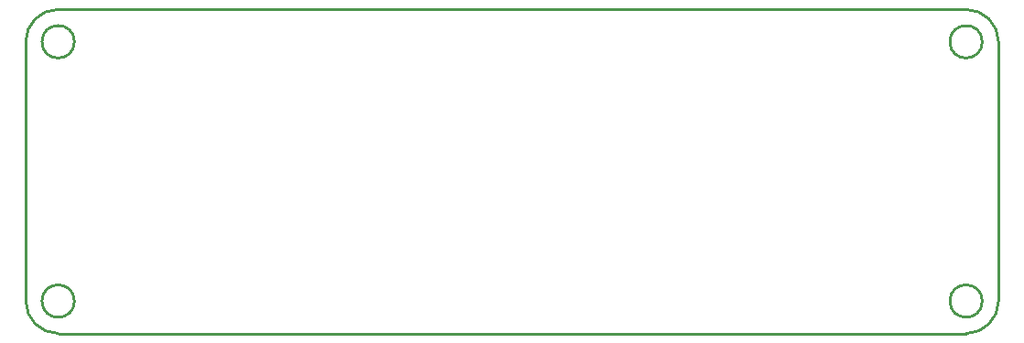
<source format=gbr>
%TF.GenerationSoftware,KiCad,Pcbnew,7.0.8*%
%TF.CreationDate,2024-02-15T14:48:36-07:00*%
%TF.ProjectId,GR-LRR-ESTOP-PCB,47522d4c-5252-42d4-9553-544f502d5043,rev?*%
%TF.SameCoordinates,Original*%
%TF.FileFunction,Profile,NP*%
%FSLAX46Y46*%
G04 Gerber Fmt 4.6, Leading zero omitted, Abs format (unit mm)*
G04 Created by KiCad (PCBNEW 7.0.8) date 2024-02-15 14:48:36*
%MOMM*%
%LPD*%
G01*
G04 APERTURE LIST*
%TA.AperFunction,Profile*%
%ADD10C,0.250000*%
%TD*%
G04 APERTURE END LIST*
D10*
X52880600Y-84248000D02*
X136880600Y-84248000D01*
X136880600Y-84248000D02*
G75*
G03*
X139880600Y-81248000I0J3000000D01*
G01*
X54380600Y-81248000D02*
G75*
G03*
X54380600Y-81248000I-1500000J0D01*
G01*
X138380600Y-81248000D02*
G75*
G03*
X138380600Y-81248000I-1500000J0D01*
G01*
X139880600Y-57248000D02*
G75*
G03*
X136880600Y-54248000I-3000000J0D01*
G01*
X54380600Y-57248000D02*
G75*
G03*
X54380600Y-57248000I-1500000J0D01*
G01*
X139880600Y-81248000D02*
X139880600Y-57248000D01*
X52880600Y-54248000D02*
G75*
G03*
X49880600Y-57248000I0J-3000000D01*
G01*
X138380600Y-57248000D02*
G75*
G03*
X138380600Y-57248000I-1500000J0D01*
G01*
X49880600Y-81248000D02*
G75*
G03*
X52880600Y-84248000I3000000J0D01*
G01*
X49880600Y-57248000D02*
X49880600Y-81248000D01*
X136880600Y-54248000D02*
X52880600Y-54248000D01*
M02*

</source>
